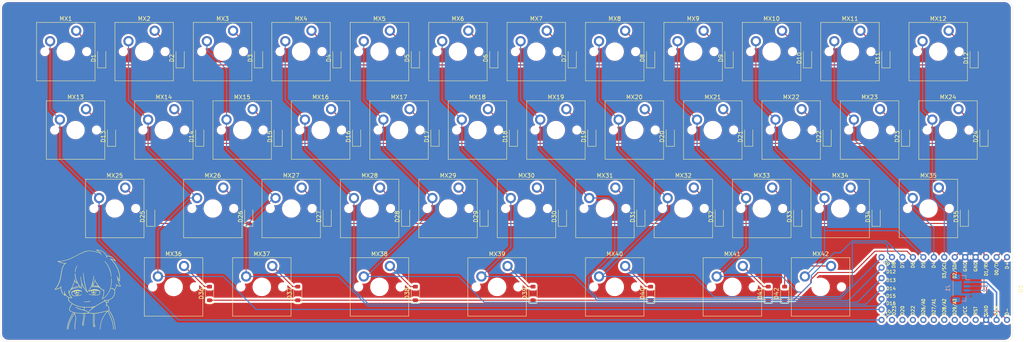
<source format=kicad_pcb>
(kicad_pcb (version 20240108) (generator "pcbnew") (generator_version "8.0")
  (layers (0 "F.Cu" signal) (31 "B.Cu" signal) (34 "B.Paste" user) (35 "F.Paste" user) (36 "B.SilkS" user "B.Silkscreen") (37 "F.SilkS" user "F.Silkscreen") (38 "B.Mask" user) (39 "F.Mask" user) (44 "Edge.Cuts" user))
  (net 0 "")
  (net 1 "Net-(D1-A)")
  (net 2 "Row0")
  (net 3 "Net-(D2-A)")
  (net 4 "Net-(D3-A)")
  (net 5 "Net-(D4-A)")
  (net 6 "Net-(D5-A)")
  (net 7 "Net-(D6-A)")
  (net 8 "Net-(D7-A)")
  (net 9 "Net-(D8-A)")
  (net 10 "Net-(D9-A)")
  (net 11 "Net-(D10-A)")
  (net 12 "Net-(D11-A)")
  (net 13 "Net-(D12-A)")
  (net 14 "Net-(D13-A)")
  (net 15 "Row1")
  (net 16 "Net-(D14-A)")
  (net 17 "Net-(D15-A)")
  (net 18 "Net-(D16-A)")
  (net 19 "Net-(D17-A)")
  (net 20 "Net-(D18-A)")
  (net 21 "Net-(D19-A)")
  (net 22 "Net-(D20-A)")
  (net 23 "Net-(D21-A)")
  (net 24 "Net-(D22-A)")
  (net 25 "Net-(D23-A)")
  (net 26 "Net-(D24-A)")
  (net 27 "Net-(D25-A)")
  (net 28 "Row2")
  (net 29 "Net-(D26-A)")
  (net 30 "Net-(D27-A)")
  (net 31 "Net-(D28-A)")
  (net 32 "Net-(D29-A)")
  (net 33 "Net-(D30-A)")
  (net 34 "Net-(D31-A)")
  (net 35 "Net-(D32-A)")
  (net 36 "Net-(D33-A)")
  (net 37 "Net-(D34-A)")
  (net 38 "Net-(D35-A)")
  (net 39 "Net-(D36-A)")
  (net 40 "Row3")
  (net 41 "Net-(D37-A)")
  (net 42 "Net-(D38-A)")
  (net 43 "Net-(D39-A)")
  (net 44 "Net-(D40-A)")
  (net 45 "Net-(D41-A)")
  (net 46 "Net-(D42-A)")
  (net 47 "Col0")
  (net 48 "Col1")
  (net 49 "Col2")
  (net 50 "Col3")
  (net 51 "Col4")
  (net 52 "Col5")
  (net 53 "Col6")
  (net 54 "Col7")
  (net 55 "Col8")
  (net 56 "Col9")
  (net 57 "Col10")
  (net 58 "Col11")
  (net 68 "GND")
  (net 69 "D-")
  (net 70 "RAW")
  (net 71 "D+")
  (footprint "ScottoKeebs_MX:MX_PCB_1.00u" (layer "F.Cu") (at 101.44125 52.943125)
    (property "Reference" "MX16")
    (property "Value" "MX-NoLED")
  )
  (footprint "Diode_SMD:D_SOD-123" (layer "F.Cu") (at 124.46 92.630625 90)
    (property "Reference" "D38")
    (property "Value" "D_Small")
  )
  (footprint "Diode_SMD:D_SOD-123" (layer "F.Cu") (at 91.1225 54.530625 90)
    (property "Reference" "D15")
    (property "Value" "D_Small")
  )
  (footprint "ScottoKeebs_MX:MX_PCB_1.00u" (layer "F.Cu") (at 189.5475 71.993125)
    (property "Reference" "MX32")
    (property "Value" "MX-NoLED")
  )
  (footprint "Diode_SMD:D_SOD-123" (layer "F.Cu") (at 219.71 35.480625 90)
    (property "Reference" "D10")
    (property "Value" "D_Small")
  )
  (footprint "footprints:Frood_PinHeader_2x13+5_P2.54mm_Labels_Top" (layer "F.Cu") (at 268.17425 91.44 -90)
    (property "Reference" "U1")
    (property "Value" "Frood" (hide yes))
  )
  (footprint "ScottoKeebs_MX:MX_PCB_1.25u" (layer "F.Cu") (at 251.46 33.893125)
    (property "Reference" "MX12")
    (property "Value" "MX-NoLED")
  )
  (footprint "Diode_SMD:D_SOD-123" (layer "F.Cu") (at 160.17875 73.9775 90)
    (property "Reference" "D30")
    (property "Value" "D_Small")
  )
  (footprint "Diode_SMD:D_SOD-123" (layer "F.Cu") (at 181.61 35.480625 90)
    (property "Reference" "D8")
    (property "Value" "D_Small")
  )
  (footprint "ScottoKeebs_MX:MX_PCB_1.00u" (layer "F.Cu") (at 134.77875 33.893125)
    (property "Reference" "MX6")
    (property "Value" "MX-NoLED")
  )
  (footprint "ScottoKeebs_MX:MX_PCB_1.00u" (layer "F.Cu") (at 94.2975 71.993125)
    (property "Reference" "MX27")
    (property "Value" "MX-NoLED")
  )
  (footprint "Diode_SMD:D_SOD-123" (layer "F.Cu") (at 95.885 92.630625 90)
    (property "Reference" "D37")
    (property "Value" "D_Small")
  )
  (footprint "ScottoKeebs_MX:MX_PCB_1.25u" (layer "F.Cu") (at 249.07875 71.993125)
    (property "Reference" "MX35")
    (property "Value" "MX-NoLED")
  )
  (footprint "Diode_SMD:D_SOD-123" (layer "F.Cu") (at 48.26 35.480625 90)
    (property "Reference" "D1")
    (property "Value" "D_Small")
  )
  (footprint "Diode_SMD:D_SOD-123" (layer "F.Cu") (at 217.32875 73.9775 90)
    (property "Reference" "D33")
    (property "Value" "D_Small")
  )
  (footprint "ScottoKeebs_MX:MX_PCB_2.00u" (layer "F.Cu") (at 115.72875 91.043125)
    (property "Reference" "MX38")
    (property "Value" "MX-NoLED")
  )
  (footprint "Diode_SMD:D_SOD-123" (layer "F.Cu") (at 224.4725 54.530625 90)
    (property "Reference" "D22")
    (property "Value" "D_Small")
  )
  (footprint "ScottoKeebs_MX:MX_PCB_1.00u" (layer "F.Cu") (at 113.3475 71.993125)
    (property "Reference" "MX28")
    (property "Value" "MX-NoLED")
  )
  (footprint "ScottoKeebs_MX:MX_PCB_2.00u" (layer "F.Cu") (at 172.87875 91.043125)
    (property "Reference" "MX40")
    (property "Value" "MX-NoLED")
  )
  (footprint "ScottoKeebs_MX:MX_PCB_1.00u" (layer "F.Cu") (at 39.52875 33.893125)
    (property "Reference" "MX1")
    (property "Value" "MX-NoLED")
  )
  (footprint "Diode_SMD:D_SOD-123" (layer "F.Cu") (at 262.5725 54.530625 90)
    (property "Reference" "D24")
    (property "Value" "D_Small")
  )
  (footprint "ScottoKeebs_MX:MX_PCB_1.00u" (layer "F.Cu") (at 170.4975 71.993125)
    (property "Reference" "MX31")
    (property "Value" "MX-NoLED")
  )
  (footprint "Diode_SMD:D_SOD-123" (layer "F.Cu") (at 257.81 73.9775 90)
    (property "Reference" "D35")
    (property "Value" "D_Small")
  )
  (footprint "ScottoKeebs_MX:MX_PCB_1.25u" (layer "F.Cu") (at 65.7225 91.043125)
    (property "Reference" "MX36")
    (property "Value" "MX-NoLED")
  )
  (footprint "Diode_SMD:D_SOD-123" (layer "F.Cu") (at 162.56 35.480625 90)
    (property "Reference" "D7")
    (property "Value" "D_Small")
  )
  (footprint "Diode_SMD:D_SOD-123" (layer "F.Cu") (at 141.12875 73.9775 90)
    (property "Reference" "D29")
    (property "Value" "D_Small")
  )
  (footprint "ScottoKeebs_MX:MX_PCB_1.25u" (layer "F.Cu") (at 222.885 91.043125)
    (property "Reference" "MX42")
    (property "Value" "MX-NoLED")
  )
  (footprint "Diode_SMD:D_SOD-123" (layer "F.Cu") (at 179.22875 73.9775 90)
    (property "Reference" "D31")
    (property "Value" "D_Small")
  )
  (footprint "ScottoKeebs_MX:MX_PCB_1.00u" (layer "F.Cu") (at 75.2475 71.993125)
    (property "Reference" "MX26")
    (property "Value" "MX-NoLED")
  )
  (footprint "Diode_SMD:D_SOD-123" (layer "F.Cu") (at 153.035 92.630625 90)
    (property "Reference" "D39")
    (property "Value" "D_Small")
  )
  (footprint "Diode_SMD:D_SOD-123" (layer "F.Cu") (at 238.76 35.480625 90)
    (property "Reference" "D11")
    (property "Value" "D_Small")
  )
  (footprint "ScottoKeebs_MX:MX_PCB_1.00u" (layer "F.Cu") (at 227.6475 71.993125)
    (property "Reference" "MX34")
    (property "Value" "MX-NoLED")
  )
  (footprint "Diode_SMD:D_SOD-123" (layer "F.Cu") (at 200.66 35.480625 90)
    (property "Reference" "D9")
    (property "Value" "D_Small")
  )
  (footprint "ScottoKeebs_MX:MX_PCB_1.00u" (layer "F.Cu") (at 87.15375 91.043125)
    (property "Reference" "MX37")
    (property "Value" "MX-NoLED")
  )
  (footprint "Diode_SMD:D_SOD-123" (layer "F.Cu") (at 103.02875 73.9775 90)
    (property "Reference" "D27")
    (property "Value" "D_Small")
  )
  (footprint "Diode_SMD:D_SOD-123" (layer "F.Cu") (at 236.37875 73.9775 90)
    (property "Reference" "D34")
    (property "Value" "D_Small")
  )
  (footprint "Diode_SMD:D_SOD-123" (layer "F.Cu") (at 205.4225 54.530625 90)
    (property "Reference" "D21")
    (property "Value" "D_Small")
  )
  (footprint "Diode_SMD:D_SOD-123" (layer "F.Cu") (at 186.3725 54.530625 90)
    (property "Reference" "D20")
    (property "Value" "D_Small")
  )
  (footprint "ScottoKeebs_MX:MX_PCB_1.00u" (layer "F.Cu") (at 210.97875 33.893125)
    (property "Reference" "MX10")
    (property "Value" "MX-NoLED")
  )
  (footprint "ScottoKeebs_MX:MX_PCB_1.00u" (layer "F.Cu") (at 177.64125 52.943125)
    (property "Reference" "MX20")
    (property "Value" "MX-NoLED")
  )
  (footprint "LOGO" (layer "F.Cu") (at 45.58125 91.375)
    (property "Reference" "G***" (hide yes))
    (property "Value" "LOGO" (hide yes))
  )
  (footprint "ScottoKeebs_MX:MX_PCB_1.00u" (layer "F.Cu") (at 151.4475 71.993125)
    (property "Reference" "MX30")
    (property "Value" "MX-NoLED")
  )
  (footprint "Diode_SMD:D_SOD-123" (layer "F.Cu") (at 74.45375 92.630625 90)
    (property "Reference" "D36")
    (property "Value" "D_Small")
  )
  (footprint "ScottoKeebs_MX:MX_PCB_1.00u" (layer "F.Cu") (at 234.79125 52.943125)
    (property "Reference" "MX23")
    (property "Value" "MX-NoLED")
  )
  (footprint "ScottoKeebs_MX:MX_PCB_1.25u" (layer "F.Cu") (at 41.91 52.943125)
    (property "Reference" "MX13")
    (property "Value" "MX-NoLED")
  )
  (footprint "ScottoKeebs_MX:MX_PCB_1.00u" (layer "F.Cu") (at 58.57875 33.893125)
    (property "Reference" "MX2")
    (property "Value" "MX-NoLED")
  )
  (footprint "Diode_SMD:D_SOD-123" (layer "F.Cu") (at 105.41 35.480625 90)
    (property "Reference" "D4")
    (property "Value" "D_Small")
  )
  (footprint "ScottoKeebs_MX:MX_PCB_1.00u" (layer "F.Cu") (at 139.54125 52.943125)
    (property "Reference" "MX18")
    (property "Value" "MX-NoLED")
  )
  (footprint "ScottoKeebs_MX:MX_PCB_1.00u" (layer "F.Cu") (at 253.84125 52.943125)
    (property "Reference" "MX24")
    (property "Value" "MX-NoLED")
  )
  (footprint "ScottoKeebs_MX:MX_PCB_1.00u" (layer "F.Cu") (at 153.82875 33.893125)
    (property "Reference" "MX7")
    (property "Value" "MX-NoLED")
  )
  (footprint "Diode_SMD:D_SOD-123" (layer "F.Cu") (at 198.27875 73.9775 90)
    (property "Reference" "D32")
    (property "Value" "D_Small")
  )
  (footprint "ScottoKeebs_MX:MX_PCB_1.00u" (layer "F.Cu") (at 115.72875 33.893125)
    (property "Reference" "MX5")
    (property "Value" "MX-NoLED")
  )
  (footprint "ScottoKeebs_MX:MX_PCB_1.00u" (layer "F.Cu") (at 208.5975 71.993125)
    (property "Reference" "MX33")
    (property "Value" "MX-NoLED")
  )
  (footprint "ScottoKeebs_MX:MX_PCB_1.00u" (layer "F.Cu") (at 96.67875 33.893125)
    (property "Reference" "MX4")
    (property "Value" "MX-NoLED")
  )
  (footprint "Diode_SMD:D_SOD-123" (layer "F.Cu") (at 72.0725 54.530625 90)
    (property "Reference" "D14")
    (property "Value" "D_Small")
  )
  (footprint "ScottoKeebs_MX:MX_PCB_1.00u" (layer "F.Cu") (at 230.02875 33.893125)
    (property "Reference" "MX11")
    (property "Value" "MX-NoLED")
  )
  (footprint "ScottoKeebs_MX:MX_PCB_1.00u" (layer "F.Cu") (at 191.92875 33.893125)
    (property "Reference" "MX9")
    (property "Value" "MX-NoLED")
  )
  (footprint "Diode_SMD:D_SOD-123" (layer "F.Cu") (at 260.19125 35.480625 90)
    (property "Reference" "D12")
    (property "Value" "D_Small")
  )
  (footprint "Diode_SMD:D_SOD-123" (layer "F.Cu") (at 210.185 92.630625 90)
    (property "Reference" "D41")
    (property "Value" "D_Small")
  )
  (footprint "ScottoKeebs_MX:MX_PCB_1.00u" (layer "F.Cu") (at 158.59125 52.943125)
    (property "Reference" "MX19")
    (property "Value" "MX-NoLED")
  )
  (footprint "ScottoKeebs_MX:MX_PCB_1.00u" (layer "F.Cu") (at 63.34125 52.943125)
    (property "Reference" "MX14")
    (property "Value" "MX-NoLED")
  )
  (footprint "Diode_SMD:D_SOD-123" (layer "F.Cu") (at 86.36 35.480625 90)
    (property "Reference" "D3")
    (property "Value" "D_Small")
  )
  (footprint "ScottoKeebs_MX:MX_PCB_1.00u" (layer "F.Cu") (at 144.30375 91.043125)
    (property "Reference" "MX39")
    (property "Value" "MX-NoLED")
  )
  (footprint "ScottoKeebs_MX:MX_PCB_1.00u" (layer "F.Cu") (at 120.49125 52.943125)
    (property "Reference" "MX17")
    (property "Value" "MX-NoLED")
  )
  (footprint "Diode_SMD:D_SOD-123" (layer "F.Cu") (at 129.2225 54.530625 90)
    (property "Reference" "D17")
    (property "Value" "D_Small")
  )
  (footprint "Diode_SMD:D_SOD-123" (layer "F.Cu") (at 60.16625 73.9775 90)
    (property "Reference" "D25")
    (property "Value" "D_Small")
  )
  (footprint "Diode_SMD:D_SOD-123" (layer "F.Cu") (at 110.1725 54.530625 90)
    (property "Reference" "D16")
    (property "Value" "D_Small")
  )
  (footprint "Diode_SMD:D_SOD-123" (layer "F.Cu") (at 214.15375 92.630625 90)
    (property "Reference" "D42")
    (property "Value" "D_Small")
  )
  (footprint "Diode_SMD:D_SOD-123" (layer "F.Cu") (at 181.61 92.630625 90)
    (property "Reference" "D40")
    (property "Value" "D_Small")
  )
  (footprint "Diode_SMD:D_SOD-123" (layer "F.Cu") (at 67.31 35.480625 90)
    (property "Reference" "D2")
    (property "Value" "D_Small")
  )
  (footprint "Diode_SMD:D_SOD-123" (layer "F.Cu") (at 50.64125 54.530625 90)
    (property "Reference" "D13")
    (property "Value" "D_Small")
  )
  (footprint "ScottoKeebs_MX:MX_PCB_1.00u" (layer "F.Cu") (at 215.74125 52.943125)
    (property "Reference" "MX22")
    (property "Value" "MX-NoLED")
  )
  (footprint "Diode_SMD:D_SOD-123" (layer "F.Cu") (at 83.97875 73.9775 90)
    (property "Reference" "D26")
    (property "Value" "D_Small")
  )
  (footprint "ScottoKeebs_MX:MX_PCB_1.00u" (layer "F.Cu") (at 201.45375 91.043125)
    (property "Reference" "MX41")
    (property "Value" "MX-NoLED")
  )
  (footprint "Diode_SMD:D_SOD-123" (layer "F.Cu") (at 124.46 35.480625 90)
    (property "Reference" "D5")
    (property "Value" "D_Small")
  )
  (footprint "ScottoKeebs_MX:MX_PCB_1.00u" (layer "F.Cu") (at 196.69125 52.943125)
    (property "Reference" "MX21")
    (property "Value" "MX-NoLED")
  )
  (footprint "ScottoKeebs_MX:MX_PCB_1.00u" (layer "F.Cu") (at 172.87875 33.893125)
    (property "Reference" "MX8")
    (property "Value" "MX-NoLED")
  )
  (footprint "ScottoKeebs_MX:MX_PCB_1.00u" (layer "F.Cu") (at 132.3975 71.993125)
    (property "Reference" "MX29")
    (property "Value" "MX-NoLED")
  )
  (footprint "ScottoKeebs_MX:MX_PCB_1.00u" (layer "F.Cu") (at 77.62875 33.893125)
    (property "Reference" "MX3")
    (property "Value" "MX-NoLED")
  )
  (footprint "Diode_SMD:D_SOD-123" (layer "F.Cu") (at 148.2725 54.530625 90)
    (property "Reference" "D18")
    (property "Value" "D_Small")
  )
  (footprint "Diode_SMD:D_SOD-123" (layer "F.Cu") (at 122.07875 73.9775 90)
    (property "Reference" "D28")
    (property "Value" "D_Small")
  )
  (footprint "Diode_SMD:D_SOD-123" (layer "F.Cu") (at 243.5225 54.530625 90)
    (property "Reference" "D23")
    (property "Value" "D_Small")
  )
  (footprint "ScottoKeebs_MX:MX_PCB_1.00u" (layer "F.Cu") (at 82.39125 52.943125)
    (property "Reference" "MX15")
    (property "Value" "MX-NoLED")
  )
  (footprint "Diode_SMD:D_SOD-123" (layer "F.Cu") (at 167.3225 54.530625 90)
    (property "Reference" "D19")
    (property "Value" "D_Small")
  )
  (footprint "ScottoKeebs_MX:MX_PCB_1.50u" (layer "F.Cu") (at 51.435 71.993125)
    (property "Reference" "MX25")
    (property "Value" "MX-NoLED")
  )
  (footprint "Diode_SMD:D_SOD-123" (layer "F.Cu") (at 143.51 35.480625 90)
    (property "Reference" "D6")
    (property "Value" "D_Small")
  )
  (footprint "Connector_JST:JST_SH_BM04B-SRSS-TB_1x04-1MP_P1.00mm_Vertical" (layer "B.Cu") (at 257.08125 91.375 -90)
    (property "Reference" "J1")
    (property "Value" "Conn_01x04")
  )
  (gr_line (start 23.58125 23.375) (end 23.58125 102.375) (stroke (width 0.05)) (layer "Edge.Cuts"))
  (gr_arc (start 23.58125 23.375) (mid 24.167036 21.960786) (end 25.58125 21.375) (stroke (width 0.05)) (layer "Edge.Cuts"))
  (gr_line (start 267.58125 21.375) (end 25.58125 21.375) (stroke (width 0.05)) (layer "Edge.Cuts"))
  (gr_line (start 25.58125 104.375) (end 267.58125 104.375) (stroke (width 0.05)) (layer "Edge.Cuts"))
  (gr_arc (start 267.58125 21.375) (mid 268.995464 21.960786) (end 269.58125 23.375) (stroke (width 0.05)) (layer "Edge.Cuts"))
  (gr_arc (start 269.58125 102.375) (mid 268.995464 103.789214) (end 267.58125 104.375) (stroke (width 0.05)) (layer "Edge.Cuts"))
  (gr_line (start 269.58125 102.375) (end 269.58125 23.375) (stroke (width 0.05)) (layer "Edge.Cuts"))
  (gr_arc (start 25.58125 104.375) (mid 24.167036 103.789214) (end 23.58125 102.375) (stroke (width 0.05)) (layer "Edge.Cuts"))
  (segment (start 47.08625 33.830625) (end 42.06875 28.813125) (width 0.254) (layer "F.Cu") (net 1))
  (segment (start 48.26 33.830625) (end 47.08625 33.830625) (width 0.254) (layer "F.Cu") (net 1))
  (segment (start 260.19125 37.130625) (end 238.76 37.130625) (width 0.254) (layer "F.Cu") (net 2))
  (segment (start 143.51 37.130625) (end 124.46 37.130625) (width 0.254) (layer "F.Cu") (net 2))
  (segment (start 200.66 37.130625) (end 181.61 37.130625) (width 0.254) (layer "F.Cu") (net 2))
  (segment (start 181.61 37.130625) (end 162.56 37.130625) (width 0.254) (layer "F.Cu") (net 2))
  (segment (start 238.76 37.130625) (end 219.71 37.130625) (width 0.254) (layer "F.Cu") (net 2))
  (segment (start 162.56 37.130625) (end 143.51 37.130625) (width 0.254) (layer "F.Cu") (net 2))
  (segment (start 105.41 37.130625) (end 86.36 37.130625) (width 0.254) (layer "F.Cu") (net 2))
  (segment (start 67.31 37.130625) (end 48.26 37.130625) (width 0.254) (layer "F.Cu") (net 2))
  (segment (start 124.46 37.130625) (end 105.41 37.130625) (width 0.254) (layer "F.Cu") (net 2))
  (segment (start 86.36 37.130625) (end 67.31 37.130625) (width 0.254) (layer "F.Cu") (net 2))
  (segment (start 219.71 37.130625) (end 200.66 37.130625) (width 0.254) (layer "F.Cu") (net 2))
  (segment (start 260.19125 37.130625) (end 266.71125 43.650625) (width 0.254) (layer "F.Cu") (net 2))
  (segment (start 266.71125 43.650625) (end 266.71125 82.743) (width 0.254) (layer "F.Cu") (net 2))
  (segment (start 266.71125 82.743) (end 265.63425 83.82) (width 0.254) (layer "F.Cu") (net 2))
  (segment (start 67.31 33.830625) (end 66.13625 33.830625) (width 0.254) (layer "F.Cu") (net 3))
  (segment (start 66.13625 33.830625) (end 61.11875 28.813125) (width 0.254) (layer "F.Cu") (net 3))
  (segment (start 80.16875 28.813125) (end 85.18625 33.830625) (width 0.254) (layer "F.Cu") (net 4))
  (segment (start 85.18625 33.830625) (end 86.36 33.830625) (width 0.254) (layer "F.Cu") (net 4))
  (segment (start 104.23625 33.830625) (end 105.41 33.830625) (width 0.254) (layer "F.Cu") (net 5))
  (segment (start 99.21875 28.813125) (end 104.23625 33.830625) (width 0.254) (layer "F.Cu") (net 5))
  (segment (start 118.26875 28.813125) (end 123.28625 33.830625) (width 0.254) (layer "F.Cu") (net 6))
  (segment (start 123.28625 33.830625) (end 124.46 33.830625) (width 0.254) (layer "F.Cu") (net 6))
  (segment (start 142.33625 33.830625) (end 143.51 33.830625) (width 0.254) (layer "F.Cu") (net 7))
  (segment (start 137.31875 28.813125) (end 142.33625 33.830625) (width 0.254) (layer "F.Cu") (net 7))
  (segment (start 161.38625 33.830625) (end 162.56 33.830625) (width 0.254) (layer "F.Cu") (net 8))
  (segment (start 156.36875 28.813125) (end 161.38625 33.830625) (width 0.254) (layer "F.Cu") (net 8))
  (segment (start 175.41875 28.813125) (end 180.43625 33.830625) (width 0.254) (layer "F.Cu") (net 9))
  (segment (start 180.43625 33.830625) (end 181.61 33.830625) (width 0.254) (layer "F.Cu") (net 9))
  (segment (start 199.48625 33.830625) (end 200.66 33.830625) (width 0.254) (layer "F.Cu") (net 10))
  (segment (start 194.46875 28.813125) (end 199.48625 33.830625) (width 0.254) (layer "F.Cu") (net 10))
  (segment (start 213.51875 28.813125) (end 218.53625 33.830625) (width 0.254) (layer "F.Cu") (net 11))
  (segment (start 218.53625 33.830625) (end 219.71 33.830625) (width 0.254) (layer "F.Cu") (net 11))
  (segment (start 232.56875 28.813125) (end 237.58625 33.830625) (width 0.254) (layer "F.Cu") (net 12))
  (segment (start 237.58625 33.830625) (end 238.76 33.830625) (width 0.254) (layer "F.Cu") (net 12))
  (segment (start 254 28.813125) (end 259.0175 33.830625) (width 0.254) (layer "F.Cu") (net 13))
  (segment (start 259.0175 33.830625) (end 260.19125 33.830625) (width 0.254) (layer "F.Cu") (net 13))
  (segment (start 49.4675 52.880625) (end 44.45 47.863125) (width 0.254) (layer "F.Cu") (net 14))
  (segment (start 50.64125 52.880625) (end 49.4675 52.880625) (width 0.254) (layer "F.Cu") (net 14))
  (segment (start 148.2725 56.180625) (end 129.2225 56.180625) (width 0.254) (layer "F.Cu") (net 15))
  (segment (start 186.3725 56.180625) (end 205.4225 56.180625) (width 0.254) (layer "F.Cu") (net 15))
  (segment (start 50.64125 56.180625) (end 72.0725 56.180625) (width 0.254) (layer "F.Cu") (net 15))
  (segment (start 262.5725 56.180625) (end 262.5725 83.29825) (width 0.254) (layer "F.Cu") (net 15))
  (segment (start 243.5225 56.180625) (end 262.5725 56.180625) (width 0.254) (layer "F.Cu") (net 15))
  (segment (start 91.1225 56.180625) (end 110.1725 56.180625) (width 0.254) (layer "F.Cu") (net 15))
  (segment (start 262.5725 83.29825) (end 263.09425 83.82) (width 0.254) (layer "F.Cu") (net 15))
  (segment (start 224.4725 56.180625) (end 243.5225 56.180625) (width 0.254) (layer "F.Cu") (net 15))
  (segment (start 167.3225 56.180625) (end 186.3725 56.180625) (width 0.254) (layer "F.Cu") (net 15))
  (segment (start 72.0725 56.180625) (end 91.1225 56.180625) (width 0.254) (layer "F.Cu") (net 15))
  (segment (start 110.1725 56.180625) (end 129.2225 56.180625) (width 0.254) (layer "F.Cu") (net 15))
  (segment (start 148.2725 56.180625) (end 167.3225 56.180625) (width 0.254) (layer "F.Cu") (net 15))
  (segment (start 205.4225 56.180625) (end 224.4725 56.180625) (width 0.254) (layer "F.Cu") (net 15))
  (segment (start 70.89875 52.880625) (end 72.0725 52.880625) (width 0.254) (layer "F.Cu") (net 16))
  (segment (start 65.88125 47.863125) (end 70.89875 52.880625) (width 0.254) (layer "F.Cu") (net 16))
  (segment (start 91.1225 52.880625) (end 89.94875 52.880625) (width 0.254) (layer "F.Cu") (net 17))
  (segment (start 89.94875 52.880625) (end 84.93125 47.863125) (width 0.254) (layer "F.Cu") (net 17))
  (segment (start 108.99875 52.880625) (end 103.98125 47.863125) (width 0.254) (layer "F.Cu") (net 18))
  (segment (start 110.1725 52.880625) (end 108.99875 52.880625) (width 0.254) (layer "F.Cu") (net 18))
  (segment (start 129.2225 52.880625) (end 128.04875 52.880625) (width 0.254) (layer "F.Cu") (net 19))
  (segment (start 128.04875 52.880625) (end 123.03125 47.863125) (width 0.254) (layer "F.Cu") (net 19))
  (segment (start 148.2725 52.880625) (end 147.09875 52.880625) (width 0.254) (layer "F.Cu") (net 20))
  (segment (start 147.09875 52.880625) (end 142.08125 47.863125) (width 0.254) (layer "F.Cu") (net 20))
  (segment (start 166.14875 52.880625) (end 161.13125 47.863125) (width 0.254) (layer "F.Cu") (net 21))
  (segment (start 167.3225 52.880625) (end 166.14875 52.880625) (width 0.254) (layer "F.Cu") (net 21))
  (segment (start 186.3725 52.880625) (end 185.19875 52.880625) (width 0.254) (layer "F.Cu") (net 22))
  (segment (start 185.19875 52.880625) (end 180.18125 47.863125) (width 0.254) (layer "F.Cu") (net 22))
  (segment (start 204.24875 52.880625) (end 199.23125 47.863125) (width 0.254) (layer "F.Cu") (net 23))
  (segment (start 205.4225 52.880625) (end 204.24875 52.880625) (width 0.254) (layer "F.Cu") (net 23))
  (segment (start 224.4725 52.880625) (end 223.29875 52.880625) (width 0.254) (layer "F.Cu") (net 24))
  (segment (start 223.29875 52.880625) (end 218.28125 47.863125) (width 0.254) (layer "F.Cu") (net 24))
  (segment (start 242.34875 52.880625) (end 237.33125 47.863125) (width 0.254) (layer "F.Cu") (net 25))
  (segment (start 243.5225 52.880625) (end 242.34875 52.880625) (width 0.254) (layer "F.Cu") (net 25))
  (segment (start 261.39875 52.880625) (end 262.5725 52.880625) (width 0.254) (layer "F.Cu") (net 26))
  (segment (start 256.38125 47.863125) (end 261.39875 52.880625) (width 0.254) (layer "F.Cu") (net 26))
  (segment (start 60.16625 72.3275) (end 59.389375 72.3275) (width 0.254) (layer "F.Cu") (net 27))
  (segment (start 59.389375 72.3275) (end 53.975 66.913125) (width 0.254) (layer "F.Cu") (net 27))
  (segment (start 141.12875 75.6275) (end 122.07875 75.6275) (width 0.254) (layer "F.Cu") (net 28))
  (segment (start 257.81 75.6275) (end 236.37875 75.6275) (width 0.254) (layer "F.Cu") (net 28))
  (segment (start 83.97875 75.6275) (end 60.16625 75.6275) (width 0.254) (layer "F.Cu") (net 28))
  (segment (start 179.22875 75.6275) (end 160.17875 75.6275) (width 0.254) (layer "F.Cu") (net 28))
  (segment (start 257.81 75.6275) (end 257.81 81.48425) (width 0.254) (layer "F.Cu") (net 28))
  (segment (start 217.32875 75.6275) (end 236.37875 75.6275) (width 0.254) (layer "F.Cu") (net 28))
  (segment (start 103.02875 75.6275) (end 83.97875 75.6275) (width 0.254) (layer "F.Cu") (net 28))
  (segment (start 257.81 81.48425) (end 255.47425 83.82) (width 0.254) (layer "F.Cu") (net 28))
  (segment (start 160.17875 75.6275) (end 141.12875 75.6275) (width 0.254) (layer "F.Cu") (net 28))
  (segment (start 122.07875 75.6275) (end 103.02875 75.6275) (width 0.254) (layer "F.Cu") (net 28))
  (segment (start 217.32875 75.6275) (end 198.27875 75.6275) (width 0.254) (layer "F.Cu") (net 28))
  (segment (start 179.22875 75.6275) (end 198.27875 75.6275) (width 0.254) (layer "F.Cu") (net 28))
  (segment (start 77.7875 66.913125) (end 83.201875 72.3275) (width 0.254) (layer "F.Cu") (net 29))
  (segment (start 83.201875 72.3275) (end 83.97875 72.3275) (width 0.254) (layer "F.Cu") (net 29))
  (segment (start 102.251875 72.3275) (end 103.02875 72.3275) (width 0.254) (layer "F.Cu") (net 30))
  (segment (start 96.8375 66.913125) (end 102.251875 72.3275) (width 0.254) (layer "F.Cu") (net 30))
  (segment (start 115.8875 66.913125) (end 121.301875 72.3275) (width 0.254) (layer "F.Cu") (net 31))
  (segment (start 121.301875 72.3275) (end 122.07875 72.3275) (width 0.254) (layer "F.Cu") (net 31))
  (segment (start 134.9375 66.913125) (end 140.351875 72.3275) (width 0.254) (layer "F.Cu") (net 32))
  (segment (start 140.351875 72.3275) (end 141.12875 72.3275) (width 0.254) (layer "F.Cu") (net 32))
  (segment (start 159.401875 72.3275) (end 160.17875 72.3275) (width 0.254) (layer "F.Cu") (net 33))
  (segment (start 153.9875 66.913125) (end 159.401875 72.3275) (width 0.254) (layer "F.Cu") (net 33))
  (segment (start 178.451875 72.3275) (end 179.22875 72.3275) (width 0.254) (layer "F.Cu") (net 34))
  (segment (start 173.0375 66.913125) (end 178.451875 72.3275) (width 0.254) (layer "F.Cu") (net 34))
  (segment (start 197.501875 72.3275) (end 198.27875 72.3275) (width 0.254) (layer "F.Cu") (net 35))
  (segment (start 192.0875 66.913125) (end 197.501875 72.3275) (width 0.254) (layer "F.Cu") (net 35))
  (segment (start 216.551875 72.3275) (end 217.32875 72.3275) (width 0.254) (layer "F.Cu") (net 36))
  (segment (start 211.1375 66.913125) (end 216.551875 72.3275) (width 0.254) (layer "F.Cu") (net 36))
  (segment (start 230.1875 66.913125) (end 235.601875 72.3275) (width 0.254) (layer "F.Cu") (net 37))
  (segment (start 235.601875 72.3275) (end 236.37875 72.3275) (width 0.254) (layer "F.Cu") (net 37))
  (segment (start 257.033125 72.3275) (end 257.81 72.3275) (width 0.254) (layer "F.Cu") (net 38))
  (segment (start 251.61875 66.913125) (end 257.033125 72.3275) (width 0.254) (layer "F.Cu") (net 38))
  (segment (start 74.45375 90.980625) (end 73.28 90.980625) (width 0.254) (layer "F.Cu") (net 39))
  (segment (start 73.28 90.980625) (end 68.2625 85.963125) (width 0.254) (layer "F.Cu") (net 39))
  (segment (start 153.035 94.280625) (end 181.61 94.280625) (width 0.254) (layer "F.Cu") (net 40))
  (segment (start 124.46 94.280625) (end 95.885 94.280625) (width 0.254) (layer "F.Cu") (net 40))
  (segment (start 220.508 89.30034) (end 222.268215 87.540125) (width 0.254) (layer "F.Cu") (net 40))
  (segment (start 124.46 94.280625) (end 153.035 94.280625) (width 0.254) (layer "F.Cu") (net 40))
  (segment (start 220.508 90.11072) (end 220.508 89.30034) (width 0.254) (layer "F.Cu") (net 40))
  (segment (start 243.86925 82.375) (end 245.31425 83.82) (width 0.254) (layer "F.Cu") (net 40))
  (segment (start 214.15375 94.280625) (end 216.338095 94.280625) (width 0.254) (layer "F.Cu") (net 40))
  (segment (start 222.268215 87.540125) (end 230.916125 87.540125) (width 0.254) (layer "F.Cu") (net 40))
  (segment (start 216.338095 94.280625) (end 220.508 90.11072) (width 0.254) (layer "F.Cu") (net 40))
  (segment (start 236.08125 82.375) (end 243.86925 82.375) (width 0.254) (layer "F.Cu") (net 40))
  (segment (start 181.61 94.280625) (end 210.185 94.280625) (width 0.254) (layer "F.Cu") (net 40))
  (segment (start 74.45375 94.280625) (end 95.885 94.280625) (width 0.254) (layer "F.Cu") (net 40))
  (segment (start 230.916125 87.540125) (end 236.08125 82.375) (width 0.254) (layer "F.Cu") (net 40))
  (segment (start 214.15375 94.280625) (end 210.185 94.280625) (width 0.254) (layer "F.Cu") (net 40))
  (segment (start 95.885 90.980625) (end 94.71125 90.980625) (width 0.254) (layer "F.Cu") (net 41))
  (segment (start 94.71125 90.980625) (end 89.69375 85.963125) (width 0.254) (layer "F.Cu") (net 41))
  (segment (start 124.46 90.980625) (end 123.28625 90.980625) (width 0.254) (layer "F.Cu") (net 42))
  (segment (start 123.28625 90.980625) (end 118.26875 85.963125) (width 0.254) (layer "F.Cu") (net 42))
  (segment (start 151.86125 90.980625) (end 146.84375 85.963125) (width 0.254) (layer "F.Cu") (net 43))
  (segment (start 153.035 90.980625) (end 151.86125 90.980625) (width 0.254) (layer "F.Cu") (net 43))
  (segment (start 181.61 90.980625) (end 180.43625 90.980625) (width 0.254) (layer "F.Cu") (net 44))
  (segment (start 180.43625 90.980625) (end 175.41875 85.963125) (width 0.254) (layer "F.Cu") (net 44))
  (segment (start 210.185 90.980625) (end 209.01125 90.980625) (width 0.254) (layer "F.Cu") (net 45))
  (segment (start 209.01125 90.980625) (end 203.99375 85.963125) (width 0.254) (layer "F.Cu") (net 45))
  (segment (start 215.344375 85.88375) (end 215.42375 85.963125) (width 0.254) (layer "F.Cu") (net 46))
  (segment (start 214.15375 90.980625) (end 214.15375 87.074375) (width 0.254) (layer "F.Cu") (net 46))
  (segment (start 214.15375 87.074375) (end 215.344375 85.88375) (width 0.254) (layer "F.Cu") (net 46))
  (segment (start 215.42375 85.963125) (end 225.425 85.963125) (width 0.254) (layer "F.Cu") (net 46))
  (segment (start 66.88878 99.06) (end 237.69425 99.06) (width 0.254) (layer "B.Cu") (net 47))
  (segment (start 47.625 69.453125) (end 47.625 79.79622) (width 0.254) (layer "B.Cu") (net 47))
  (segment (start 35.71875 31.353125) (end 35.71875 48.021875) (width 0.254) (layer "B.Cu") (net 47))
  (segment (start 47.625 69.453125) (end 38.1 59.928125) (width 0.254) (layer "B.Cu") (net 47))
  (segment (start 47.625 79.79622) (end 66.88878 99.06) (width 0.254) (layer "B.Cu") (net 47))
  (segment (start 35.71875 48.021875) (end 38.1 50.403125) (width 0.254) (layer "B.Cu") (net 47))
  (segment (start 38.1 59.928125) (end 38.1 50.403125) (width 0.254) (layer "B.Cu") (net 47))
  (segment (start 85.78003 96.52) (end 237.69425 96.52) (width 0.254) (layer "B.Cu") (net 48))
  (segment (start 59.53125 57.546875) (end 59.53125 50.403125) (width 0.254) (layer "B.Cu") (net 48))
  (segment (start 61.9125 88.503125) (end 77.763155 88.503125) (width 0.254) (layer "B.Cu") (net 48))
  (segment (start 59.53125 50.403125) (end 54.76875 45.640625) (width 0.254) (layer "B.Cu") (net 48))
  (segment (start 54.76875 45.640625) (end 54.76875 31.353125) (width 0.254) (layer "B.Cu") (net 48))
  (segment (start 71.4375 69.453125) (end 59.53125 57.546875) (width 0.254) (layer "B.Cu") (net 48))
  (segment (start 77.763155 88.503125) (end 85.78003 96.52) (width 0.254) (layer "B.Cu") (net 48))
  (segment (start 69.669734 69.453125) (end 61.9125 77.210359) (width 0.254) (layer "B.Cu") (net 48))
  (segment (start 71.4375 69.453125) (end 69.669734 69.453125) (width 0.254) (layer "B.Cu") (net 48))
  (segment (start 61.9125 77.210359) (end 61.9125 88.503125) (width 0.254) (layer "B.Cu") (net 48))
  (segment (start 78.58125 38.207211) (end 78.58125 50.403125) (width 0.254) (layer "B.Cu") (net 49))
  (segment (start 112.883102 95.690125) (end 236.774125 95.690125) (width 0.254) (layer "B.Cu") (net 49))
  (segment (start 73.81875 31.353125) (end 73.81875 33.444711) (width 0.254) (layer "B.Cu") (net 49))
  (segment (start 237.69425 94.77) (end 237.69425 93.98) (width 0.254) (layer "B.Cu") (net 49))
  (segment (start 105.696102 88.503125) (end 112.883102 95.690125) (width 0.254) (layer "B.Cu") (net 49))
  (segment (start 73.81875 33.444711) (end 78.58125 38.207211) (width 0.254) (layer "B.Cu") (net 49))
  (segment (start 90.4875 69.453125) (end 89.986905 69.453125) (width 0.254) (layer "B.Cu") (net 49))
  (segment (start 83.34375 88.503125) (end 105.696102 88.503125) (width 0.254) (layer "B.Cu") (net 49))
  (segment (start 78.58125 57.546875) (end 90.4875 69.453125) (width 0.254) (layer "B.Cu") (net 49))
  (segment (start 236.774125 95.690125) (end 237.69425 94.77) (width 0.254) (layer "B.Cu") (net 49))
  (segment (start 89.986905 69.453125) (end 83.34375 76.09628) (width 0.254) (layer "B.Cu") (net 49))
  (segment (start 83.34375 76.09628) (end 83.34375 88.503125) (width 0.254) (layer "B.Cu") (net 49))
  (segment (start 78.58125 50.403125) (end 78.58125 57.546875) (width 0.254) (layer "B.Cu") (net 49))
  (segment (start 97.63125 57.546875) (end 109.5375 69.453125) (width 0.254) (layer "B.Cu") (net 50))
  (segment (start 109.39675 91.56172) (end 113.071155 95.236125) (width 0.254) (layer "B.Cu") (net 50))
  (segment (start 92.85075 45.622625) (end 97.63125 50.403125) (width 0.254) (layer "B.Cu") (net 50))
  (segment (start 97.63125 50.403125) (end 97.63125 57.546875) (width 0.254) (layer "B.Cu") (net 50))
  (segment (start 233.898125 95.236125) (end 237.69425 91.44) (width 0.254) (layer "B.Cu") (net 50))
  (segment (start 113.071155 95.236125) (end 233.898125 95.236125) (width 0.254) (layer "B.Cu") (net 50))
  (segment (start 109.39675 90.52453) (end 109.39675 91.56172) (width 0.254) (layer "B.Cu") (net 50))
  (segment (start 92.85075 31.371125) (end 92.85075 45.622625) (width 0.254) (layer "B.Cu") (net 50))
  (segment (start 109.5375 90.38378) (end 109.39675 90.52453) (width 0.254) (layer "B.Cu") (net 50))
  (segment (start 109.5375 69.453125) (end 109.5375 90.38378) (width 0.254) (layer "B.Cu") (net 50))
  (segment (start 92.86875 31.353125) (end 92.85075 31.371125) (width 0.254) (layer "B.Cu") (net 50))
  (segment (start 141.192155 94.782125) (end 231.812125 94.782125) (width 0.254) (layer "B.Cu") (net 51))
  (segment (start 111.91875 45.640625) (end 111.91875 31.353125) (width 0.254) (layer "B.Cu") (net 51))
  (segment (start 134.913155 88.503125) (end 141.192155 94.782125) (width 0.254) (layer "B.Cu") (net 51))
  (segment (start 116.68125 57.546875) (end 116.68125 50.403125) (width 0.254) (layer "B.Cu") (net 51))
  (segment (start 128.5875 72.49372) (end 128.5875 69.453125) (width 0.254) (layer "B.Cu") (net 51))
  (segment (start 111.91875 88.503125) (end 112.578095 88.503125) (width 0.254) (layer "B.Cu") (net 51))
  (segment (start 128.5875 69.453125) (end 116.68125 57.546875) (width 0.254) (layer "B.Cu") (net 51))
  (segment (start 111.91875 88.503125) (end 134.913155 88.503125) (width 0.254) (layer "B.Cu") (net 51))
  (segment (start 112.578095 88.503125) (end 128.5875 72.49372) (width 0.254) (layer "B.Cu") (net 51))
  (segment (start 231.812125 94.782125) (end 237.69425 88.9) (width 0.254) (layer "B.Cu") (net 51))
  (segment (start 116.68125 50.403125) (end 111.91875 45.640625) (width 0.254) (layer "B.Cu") (net 51))
  (segment (start 140.49375 88.503125) (end 147.6375 81.359375) (width 0.254) (layer "B.Cu") (net 52))
  (segment (start 162.846102 88.503125) (end 168.671102 94.328125) (width 0.254) (layer "B.Cu") (net 52))
  (segment (start 147.6375 69.453125) (end 135.73125 57.546875) (width 0.254) (layer "B.Cu") (net 52))
  (segment (start 135.73125 57.546875) (end 135.73125 50.403125) (width 0.254) (layer "B.Cu") (net 52))
  (segment (start 147.6375 81.359375) (end 147.6375 69.453125) (width 0.254) (layer "B.Cu") (net 52))
  (segment (start 168.671102 94.328125) (end 229.726125 94.328125) (width 0.254) (layer "B.Cu") (net 52))
  (segment (start 130.96875 31.353125) (end 130.96875 45.640625) (width 0.254) (layer "B.Cu") (net 52))
  (segment (start 130.96875 45.640625) (end 135.73125 50.403125) (width 0.254) (layer "B.Cu") (net 52))
  (segment (start 140.49375 88.503125) (end 162.846102 88.503125) (width 0.254) (layer "B.Cu") (net 52))
  (segment (start 229.726125 94.328125) (end 237.69425 86.36) (width 0.254) (layer "B.Cu") (net 52))
  (segment (start 172.8745 71.008539) (end 172.8745 82.46716) (width 0.254) (layer "B.Cu") (net 53))
  (segment (start 150.01875 45.640625) (end 154.78125 50.403125) (width 0.254) (layer "B.Cu") (net 53))
  (segment (start 166.54675 88.79491) (end 166.54675 91.56172) (width 0.254) (layer "B.Cu") (net 53))
  (segment (start 172.8745 82.46716) (end 166.54675 88.79491) (width 0.254) (layer "B.Cu") (net 53))
  (segment (start 154.78125 57.546875) (end 154.78125 50.403125) (width 0.254) (layer "B.Cu") (net 53))
  (segment (start 166.6875 69.453125) (end 171.319086 69.453125) (width 0.254) (layer "B.Cu") (net 53))
  (segment (start 166.54675 91.56172) (end 168.859155 93.874125) (width 0.254) (layer "B.Cu") (net 53))
  (segment (start 150.01875 31.353125) (end 150.01875 45.640625) (width 0.254) (layer "B.Cu") (net 53))
  (segment (start 168.859155 93.874125) (end 227.724178 93.874125) (width 0.254) (layer "B.Cu") (net 53))
  (segment (start 237.69425 83.904053) (end 237.69425 83.82) (width 0.254) (layer "B.Cu") (net 53))
  (segment (start 166.6875 69.453125) (end 154.78125 57.546875) (width 0.254) (layer "B.Cu") (net 53))
  (segment (start 227.724178 93.874125) (end 237.69425 83.904053) (width 0.254) (layer "B.Cu") (net 53))
  (segment (start 171.319086 69.453125) (end 172.8745 71.008539) (width 0.254) (layer "B.Cu") (net 53))
  (segment (start 169.06875 45.640625) (end 169.06875 31.353125) (width 0.254) (layer "B.Cu") (net 54))
  (segment (start 173.83125 50.403125) (end 169.06875 45.640625) (width 0.254) (layer "B.Cu") (net 54))
  (segment (start 196.980155 93.420125) (end 227.536125 93.420125) (width 0.254) (layer "B.Cu") (net 54))
  (segment (start 185.7375 72.49372) (end 185.7375 69.453125) (width 0.254) (layer "B.Cu") (net 54))
  (segment (start 239.15725 80.951) (end 239.15725 82.743) (width 0.254) (layer "B.Cu") (net 54))
  (segment (start 169.06875 88.503125) (end 169.728095 88.503125) (width 0.254) (layer "B.Cu") (net 54))
  (segment (start 192.063155 88.503125) (end 196.980155 93.420125) (width 0.254) (layer "B.Cu") (net 54))
  (segment (start 230.769302 80.329) (end 238.53525 80.329) (width 0.254) (layer "B.Cu") (net 54))
  (segment (start 169.06875 88.503125) (end 192.063155 88.503125) (width 0.254) (layer "B.Cu") (net 54))
  (segment (start 227.536125 93.420125) (end 230.58125 90.375) (width 0.254) (layer "B.Cu") (net 54))
  (segment (start 169.728095 88.503125) (end 185.7375 72.49372) (width 0.254) (layer "B.Cu") (net 54))
  (segment (start 230.58125 90.375) (end 230.58125 80.517052) (width 0.254) (layer "B.Cu") (net 54))
  (segment (start 185.7375 69.453125) (end 173.83125 57.546875) (width 0.254) (layer "B.Cu") (net 54))
  (segment (start 173.83125 57.546875) (end 173.83125 50.403125) (width 0.254) (layer "B.Cu") (net 54))
  (segment (start 238.53525 80.329) (end 239.15725 80.951) (width 0.254) (layer "B.Cu") (net 54))
  (segment (start 239.15725 82.743) (end 240.23425 83.82) (width 0.254) (layer "B.Cu") (net 54))
  (segment (start 230.58125 80.517052) (end 230.769302 80.329) (width 0.254) (layer "B.Cu") (net 54))
  (segment (start 227.71325 82.743) (end 230.58125 79.875) (width 0.254) (layer "B.Cu") (net 55))
  (segment (start 197.64375 88.503125) (end 204.7875 81.359375) (width 0.254) (layer "B.Cu") (net 55))
  (segment (start 188.11875 31.353125) (end 188.11875 45.640625) (width 0.254) (layer "B.Cu") (net 55))
  (segment (start 220.652 89.96672) (end 220.652 88.25825) (width 0.254) (layer "B.Cu") (net 55))
  (segment (start 213.494405 88.503125) (end 217.286405 92.295125) (width 0.254) (layer "B.Cu") (net 55))
  (segment (start 220.652 88.25825) (end 226.16725 82.743) (width 0.254) (layer "B.Cu") (net 55))
  (segment (start 192.88125 50.403125) (end 192.88125 57.546875) (width 0.254) (layer "B.Cu") (net 55))
  (segment (start 218.323595 92.295125) (end 220.652 89.96672) (width 0.254) (layer "B.Cu") (net 55))
  (segment (start 204.7875 81.359375) (end 204.7875 69.453125) (width 0.254) (layer "B.Cu") (net 55))
  (segment (start 217.286405 92.295125) (end 218.323595 92.295125) (width 0.254) (layer "B.Cu") (net 55))
  (segment (start 238.82925 79.875) (end 242.77425 83.82) (width 0.254) (layer "B.Cu") (net 55))
  (segment (start 226.16725 82.743) (end 227.71325 82.743) (width 0.254) (layer "B.Cu") (net 55))
  (segment (start 197.64375 88.503125) (end 213.494405 88.503125) (width 0.254) (layer "B.Cu") (net 55))
  (segment (start 188.11875 45.640625) (end 192.88125 50.403125) (width 0.254) (layer "B.Cu") (net 55))
  (segment (start 230.58125 79.875) (end 238.82925 79.875) (width 0.254) (layer "B.Cu") (net 55))
  (segment (start 192.88125 57.546875) (end 204.7875 69.453125) (width 0.254) (layer "B.Cu") (net 55))
  (segment (start 207.16875 45.640625) (end 207.16875 31.353125) (width 0.254) (layer "B.Cu") (net 56))
  (segment (start 241.40925 77.375) (end 247.85425 83.82) (width 0.254) (layer "B.Cu") (net 56))
  (segment (start 211.93125 50.403125) (end 207.16875 45.640625) (width 0.254) (layer "B.Cu") (net 56))
  (segment (start 223.8375 77.375) (end 241.40925 77.375) (width 0.254) (layer "B.Cu") (net 56))
  (segment (start 223.8375 83.740625) (end 223.8375 77.375) (width 0.254) (layer "B.Cu") (net 56))
  (segment (start 223.8375 69.453125) (end 211.93125 57.546875) (width 0.254) (layer "B.Cu") (net 56))
  (segment (start 219.075 88.503125) (end 223.8375 83.740625) (width 0.254) (layer "B.Cu") (net 56))
  (segment (start 211.93125 57.546875) (end 211.93125 50.403125) (width 0.254) (layer "B.Cu") (net 56))
  (segment (start 223.8375 77.375) (end 223.8375 69.453125) (width 0.254) (layer "B.Cu") (net 56))
  (segment (start 245.26875 71.544711) (end 250.39425 76.670211) (width 0.254) (layer "B.Cu") (net 57))
  (segment (start 245.26875 69.453125) (end 230.98125 55.165625) (width 0.254) (layer "B.Cu") (net 57))
  (segment (start 250.39425 76.670211) (end 250.39425 83.82) (width 0.254) (layer "B.Cu") (net 57))
  (segment (start 245.26875 69.453125) (end 245.26875 71.544711) (width 0.254) (layer "B.Cu") (net 57))
  (segment (start 226.21875 31.353125) (end 226.21875 45.640625) (width 0.254) (layer "B.Cu") (net 57))
  (segment (start 226.21875 45.640625) (end 230.98125 50.403125) (width 0.254) (layer "B.Cu") (net 57))
  (segment (start 230.98125 55.165625) (end 230.98125 50.403125) (width 0.254) (layer "B.Cu") (net 57))
  (segment (start 250.03125 69.584039) (end 252.93425 72.487039) (width 0.254) (layer "B.Cu") (net 58))
  (segment (start 250.03125 50.403125) (end 250.03125 69.584039) (width 0.254) (layer "B.Cu") (net 58))
  (segment (start 252.93425 72.487039) (end 252.93425 83.82) (width 0.254) (layer "B.Cu") (net 58))
  (segment (start 247.65 48.021875) (end 247.65 31.353125) (width 0.254) (layer "B.Cu") (net 58))
  (segment (start 250.03125 50.403125) (end 247.65 48.021875) (width 0.254) (layer "B.Cu") (net 58))
  (segment (start 258.40625 92.875) (end 263.09425 97.563) (width 0.381) (layer "B.Cu") (net 68))
  (segment (start 263.09425 97.563) (end 263.09425 99.06) (width 0.381) (layer "B.Cu") (net 68))
  (segment (start 263.18125 95.975) (end 264.08125 96.875) (width 0.2) (layer "F.Cu") (net 69))
  (segment (start 264.08125 96.875) (end 265.98925 96.875) (width 0.2) (layer "F.Cu") (net 69))
  (segment (start 265.98925 96.875) (end 268.17425 99.06) (width 0.2) (layer "F.Cu") (net 69))
  (segment (start 263.18125 90.875) (end 263.18125 95.975) (width 0.2) (layer "F.Cu") (net 69))
  (via (at 263.18125 90.875) (size 0.6) (drill 0.3) (layers "F.Cu" "B.Cu") (net 69))
  (segment (start 258.40625 90.875) (end 263.18125 90.875) (width 0.2) (layer "B.Cu") (net 69))
  (segment (start 263.157765 89.875) (end 265.63425 92.351485) (width 0.381) (layer "B.Cu") (net 70))
  (segment (start 265.63425 92.351485) (end 265.63425 99.06) (width 0.381) (layer "B.Cu") (net 70))
  (segment (start 258.40625 89.875) (end 263.157765 89.875) (width 0.381) (layer "B.Cu") (net 70))
  (segment (start 263.58125 86.375) (end 265.61925 86.375) (width 0.2) (layer "F.Cu") (net 71))
  (segment (start 262.58125 87.375) (end 263.58125 86.375) (width 0.2) (layer "F.Cu") (net 71))
  (segment (start 265.61925 86.375) (end 268.17425 83.82) (width 0.2) (layer "F.Cu") (net 71))
  (segment (start 262.58125 91.875) (end 262.58125 87.375) (width 0.2) (layer "F.Cu") (net 71))
  (via (at 262.58125 91.875) (size 0.6) (drill 0.3) (layers "F.Cu" "B.Cu") (net 71))
  (segment (start 258.40625 91.875) (end 262.58125 91.875) (width 0.2) (layer "B.Cu") (net 71))
  (zone (net 68) (net_name "GND") (layers "F&B.Cu") (connect_pads (clearance 0.5)) (min_thickness 0.25) (fill yes (thermal_gap 0.5) (thermal_bridge_width 0.5))
    (polygon (pts (xy 23.58125 21.375) (xy 23.58125 104.375) (xy 269.58125 104.375) (xy 269.58125 21.375)))
  )
)
</source>
